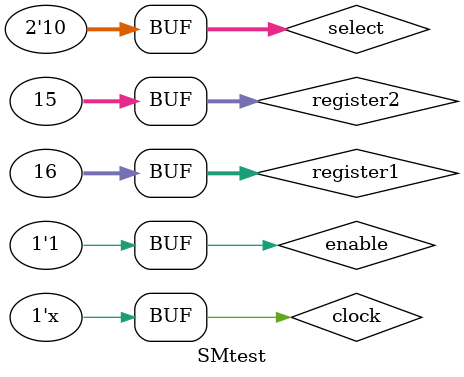
<source format=v>
`timescale 1ns / 1ps


module SMtest;

	// Inputs
	reg clock;
	reg enable;
	reg [1:0] select;
	reg [31:0] register1;
	reg [31:0] register2;

	// Outputs
	wire [7:0] Out8;
	wire [7:0] Out7;
	wire [7:0] Out6;
	wire [7:0] Out5;
	wire [7:0] Out4;
	wire [7:0] Out3;
	wire [7:0] Out2;
	wire [7:0] Out1;

	// Instantiate the Unit Under Test (UUT)
	SM uut (
		.clock(clock), 
		.enable(enable), 
		.select(select), 
		.register1(register1), 
		.register2(register2), 
		.Out8(Out8), 
		.Out7(Out7), 
		.Out6(Out6), 
		.Out5(Out5), 
		.Out4(Out4), 
		.Out3(Out3), 
		.Out2(Out2), 
		.Out1(Out1)
	);
always #5clock= ~clock;
	initial begin
		// Initialize Inputs
		clock = 0;
		enable = 0;
		select = 0;
		register1 = 0;
		register2 = 0;

		// Wait 100 ns for global reset to finish
		#100;
		
        
		// Add stimulus here
				clock = 0;
		enable = 1;
		select = 0;
		register1 = 16;
		register2 = 15;

		// Wait 100 ns for global reset to finish
		#20;

		clock = 0;
		enable = 1;
		select = 1;
		register1 = 15;
		register2 = 16;

		// Wait 100 ns for global reset to finish
		#20;

		clock = 0;
		enable = 1;
		select = 2;
		register1 = 16;
		register2 = 15;

		// Wait 100 ns for global reset to finish
		#20;


	end
      
endmodule


</source>
